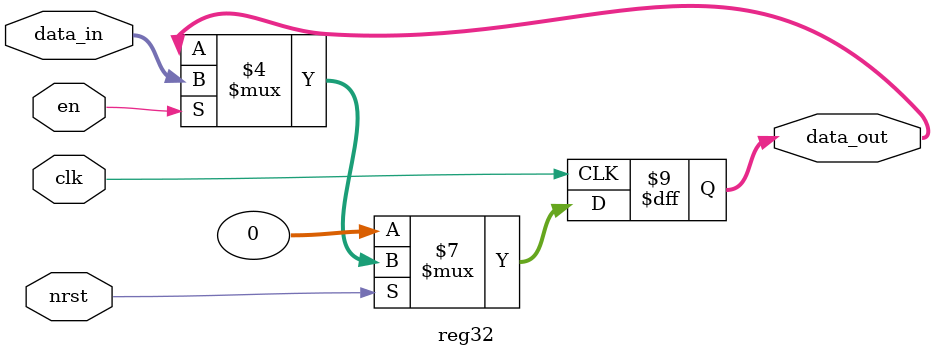
<source format=v>
`timescale 1ns/1ps
`define PIPELINE_STAGES 5
module pipeline_riscv (
  input          clk,
  input          nrst,
  input  [31:0]  inst,                          // instruction
  input  [31:0]  data_in,                       // mem data to reg_file
  output [31:0]  inst_addr,                     // PC
  output [31:0]  data_addr,                     // alu_out / mem address
  output [31:0]  data_out,                      // data to mem
  output         data_wr,                       // wr to mem?
  output [31:0]  pc_IF,
  output [31:0]  pc_ID,
  output [31:0]  pc_EXE,
  output [31:0]  pc_MEM,
  output [31:0]  pc_WB
  );
  
/*-----------------------------------------------------------------------------
DECLARATIONS
-----------------------------------------------------------------------------*/
  // IF
  wire [2:0] sel_pc;
  wire [31:0] inst_IF, pc_p4_IF;
  reg [31:0] next_pc, jr_pc;
  wire [2:0] fwd_jr;
  
  // ID
  wire wr_rf, jal, jr, sw, use_imm;
  wire [31:0] inst_ID;
  wire [31:0] pc_p4_ID, bra_off_ID, opA_ID, mem_data_ID;
  wire [31:0] wr_data, rfA, rfB;
  wire [31:0] opB_ID;
  wire [4:0] reg_addr_ID, wr_addr;
  
  wire [5:0] op;
  wire [4:0] rd, rs1, rs2;
  wire [6:0] funct;
  wire [31:0] imm_alu, imm_bra, imm_j;
  
  // EXE
  wire zero;
  wire [6:0] alu_code;
  wire [31:0] inst_EXE;
  wire [31:0] pc_p4_EXE, bra_off_EXE, opA_EXE, opB_EXE, mem_data_EXE0;
  wire [4:0] reg_addr_EXE;
  wire [31:0] bra_pc;
  wire [31:0] alu_out_EXE;
  wire [2:0] fwd_opA, fwd_opB, fwd_sw;
  reg [31:0] opA, opB;
  reg [31:0] mem_data_EXE;
  wire [31:0] fwd0;
  
  // MEM
  wire wr_mem, load, jal_pc;
  wire [31:0] inst_MEM;
  wire [31:0] pc_p4_MEM, mem_data_MEM, alu_out_MEM;
  wire [31:0] fwd1;
  wire [4:0] reg_addr_MEM;
  wire [31:0] reg_data_MEM;
  
  // WB
  wire [31:0] inst_WB;
  wire [31:0] pc_p4_WB, reg_data_WB;
  wire [31:0] fwd2, fwd3;
  wire [4:0] reg_addr_WB;
  
  // CONTROLLER
  wire stall;
  wire [1:0] flush;
  
/*-----------------------------------------------------------------------------
IF
-----------------------------------------------------------------------------*/
  
  assign pc_p4_IF = inst_addr + 4;
  assign pc_IF = inst_addr;
  
  always@(*) begin
    casez (sel_pc)
      3'b1zz:   next_pc = bra_pc;                 // BRA
      3'b01z:   next_pc = imm_j;                  // J, JAL       
      3'b001:   next_pc = jr_pc;                  // JR
      default:  next_pc = pc_p4_IF;               // PC + 4
    endcase
  end
  
  always@(*) begin
    casez (fwd_jr)
      3'b1zz:   jr_pc = fwd2;
      3'b01z:   jr_pc = fwd1;
      3'b001:   jr_pc = fwd0;
      default:  jr_pc = rfB;
    endcase
  end
  
  reg32 PC (
    .clk(clk),
    .nrst(nrst),
    .en(!stall),
    .data_in(next_pc),
    .data_out(inst_addr)
  );
    
/*-----------------------------------------------------------------------------
ID
-----------------------------------------------------------------------------*/
  
  assign op       = inst_ID[5:0];
  assign rd       = inst_ID[10:6];
  assign rs1      = jal ? 0 : inst_ID[19:15];
  assign rs2      = (jr | sw) ? rd : inst_ID[24:20];
  assign funct    = inst_ID[31:25];
  assign imm_alu  = { {16{inst_ID[31]}}, inst_ID[31:20], inst_ID[14:11] };
  assign imm_bra  = { {16{inst_ID[31]}}, inst_ID[31:25], inst_ID[14:6] };
  assign imm_j    = { {6{inst_ID[31]}}, inst_ID[31:6] };
  
  assign bra_off_ID = imm_bra;
  assign opA_ID = rfA;
  assign opB_ID = jal ? pc_p4_ID : (use_imm ? imm_alu : rfB);
  assign mem_data_ID = rfB;
  assign reg_addr_ID = jal ? 1 : rd;
  
  if_id_reg IF_ID (
    .clk(clk),
    .nrst(nrst),
    .en(!stall),
    .flush(flush[1]),
    .cur_pc0(pc_IF),
    .cur_pc(pc_ID),
    .next_pc0(pc_p4_IF),
    .next_pc(pc_p4_ID)
  );
  
  rf RF (
    .clk(clk),
    .nrst(nrst),
    .rd_addrA(rs1),
    .rd_addrB(rs2),
    .wr_en(wr_rf),
    .wr_addr(reg_addr_WB),
    .wr_data(reg_data_WB),
    .rd_dataA(rfA),
    .rd_dataB(rfB)
  );
  
/*-----------------------------------------------------------------------------
EXE
-----------------------------------------------------------------------------*/
  
  assign bra_pc = pc_p4_EXE + bra_off_EXE;
  assign fwd0 = alu_out_EXE;
  
  always@(*) begin
    casez (fwd_opA)
      3'b1zz:   opA = fwd1;                     // fr alu_out_MEM
      3'b01z:   opA = fwd2;                     // fr reg_data_WB
      3'b001:   opA = fwd3;                     // fr reg_data_WB + 1cc  
      default:  opA = opA_EXE;
    endcase
  end
  
  always@(*) begin
    casez (fwd_opB)
      3'b1zz:   opB = fwd1;
      3'b01z:   opB = fwd2;
      3'b001:   opB = fwd3;
      default:  opB = opB_EXE;
    endcase
  end
    
  always@(*) begin
    casez (fwd_sw)
      3'b1zz:   mem_data_EXE = fwd1;                     // fr alu_out_MEM
      3'b01z:   mem_data_EXE = fwd2;                     // fr reg_data_WB
      3'b001:   mem_data_EXE = fwd3;                     // fr reg_data_WB + 1cc  
      default:  mem_data_EXE = mem_data_EXE0;
    endcase
  end
  
  id_exe_reg ID_EXE (
    .clk(clk),
    .nrst(nrst),
    .en(!stall),
    .flush(flush[0]),
    .cur_pc0(pc_ID),
    .cur_pc(pc_EXE),
    .next_pc0(pc_p4_ID),
    .next_pc(pc_p4_EXE),
    .bra_off0(bra_off_ID),
    .bra_off(bra_off_EXE),
    .opA0(opA_ID),
    .opA(opA_EXE),
    .opB0(opB_ID),
    .opB(opB_EXE),
    .mem_data0(mem_data_ID),
    .mem_data(mem_data_EXE0),
    .reg_addr0(reg_addr_ID),
    .reg_addr(reg_addr_EXE)
  );
  
  alu ALU (
    .opA(opA),
    .opB(opB),
    .res(alu_out_EXE),
    .alu_code(alu_code),
    .z(zero)
  );
  
/*-----------------------------------------------------------------------------
MEM
-----------------------------------------------------------------------------*/
  
  assign reg_data_MEM = load ? data_in : (jal_pc ? pc_p4_MEM : alu_out_MEM);
  assign data_addr = alu_out_MEM;
  assign data_out = mem_data_MEM;
  assign data_wr = wr_mem;
  
  assign fwd1 = alu_out_MEM;

  exe_mem_reg EXE_MEM (
    .clk(clk),
    .nrst(nrst),
    .cur_pc0(pc_EXE),
    .cur_pc(pc_MEM),
    .next_pc0(pc_p4_EXE),
    .next_pc(pc_p4_MEM),
    .alu_out0(alu_out_EXE),
    .alu_out(alu_out_MEM),
    .mem_data0(mem_data_EXE),
    .mem_data(mem_data_MEM),
    .reg_addr0(reg_addr_EXE),
    .reg_addr(reg_addr_MEM)
  );
  
/*-----------------------------------------------------------------------------
WB
-----------------------------------------------------------------------------*/
  
  assign fwd2 = reg_data_WB;
  
  mem_wb_reg MEM_WB (
    .clk(clk),
    .nrst(nrst),
    .cur_pc0(pc_MEM),
    .cur_pc(pc_WB),
    .next_pc0(pc_p4_MEM),
    .next_pc(pc_p4_WB),
    .reg_data0(reg_data_MEM),
    .reg_data(reg_data_WB),
    .reg_addr0(reg_addr_MEM),
    .reg_addr(reg_addr_WB)
  );
  
  reg32 FWD_WB (
    .clk(clk),
    .nrst(nrst),
    .en(1'b1),
    .data_in(reg_data_WB),
    .data_out(fwd3)
  );
  
/*-----------------------------------------------------------------------------
CONTROLLER
-----------------------------------------------------------------------------*/
  
  assign data_wr = wr_mem;
  
  control CTRL (
    .clk(clk),
    .nrst(nrst),
    .zero(zero),
    .inst(inst),
    .debug_inst({ inst_WB, inst_MEM, inst_EXE, inst_ID, inst_IF }),
    .alu_code(alu_code),
    .sel_pc(sel_pc),
    .stall(stall),
    .flush(flush),
    .wr_rf(wr_rf),
    .wr_mem(wr_mem),
    .use_imm(use_imm),
    .load(load),
    .jal(jal),
    .jal_pc(jal_pc),
    .jr(jr),
    .fwd_opA(fwd_opA),
    .fwd_opB(fwd_opB),
    .fwd_sw(fwd_sw),
    .fwd_jr(fwd_jr),
    .sw(sw)
  );

endmodule

module control (
  input clk,
  input nrst,
  input zero,
  input [31:0] inst,
  output jr,                                    //
  output jal,                                   //
  output jal_pc,                                //
  output load,                                  //
  output wr_mem,                                //
  output use_imm,                               //
  output sw,                                    //
  output [`PIPELINE_STAGES*32-1:0] debug_inst,  //
  output reg [6:0] alu_code,                    //
  output reg [2:0] sel_pc,                      //
  output reg [1:0] flush,
  output reg wr_rf,                             //
  output stall,
  output [2:0] fwd_opA,                         //        
  output [2:0] fwd_opB,                         //
  output [2:0] fwd_sw,                          //
  output [2:0] fwd_jr                           //    
  );

  genvar i;
  
  wire [5:0] op           [0:4];
  wire [4:0] rd           [0:4];
  wire [4:0] rs1          [0:4];
  wire [4:0] rs2          [0:4];
  wire [6:0] funct        [0:4];
  wire [31:0] inst_cache  [0:4];
  
  assign inst_cache[0] = inst;
  generate
    for (i=0; i<=4; i=i+1) begin
      assign op[i]      = inst_cache[i][5:0];
      assign rd[i]      = inst_cache[i][10:6];
      assign rs1[i]     = inst_cache[i][19:15];
      assign rs2[i]     = inst_cache[i][24:20];
      assign funct[i]   = inst_cache[i][31:25];
    end
  endgenerate
  assign debug_inst = {
    inst_cache[4],                              // WB
    inst_cache[3],                              // MEM
    inst_cache[2],                              // EXE
    inst_cache[1],                              // ID
    inst_cache[0]                               // IF
  };
  
/*-----------------------------------------------------------------------------
inst classification (R, I, L, B, J)
-----------------------------------------------------------------------------*/
  
  reg [4:0] R_type;
  reg [4:0] I_type;
  reg [4:0] L_type;
  reg [4:0] S_type;
  reg [4:0] B_type;
  reg [4:0] J_type;
  generate
    for (i=0; i<=4; i=i+1) begin
      always@(op[i], funct[i]) begin
        R_type[i] = 0;
        I_type[i] = 0;
        L_type[i] = 0;
        S_type[i] = 0;
        B_type[i] = 0;
        J_type[i] = 0;
        case (op[i])
          6'h00:
            if (funct[i]==7'h08)
              J_type[i] = 1;
            else
              R_type[i] = 1;
          6'h08, 6'h0A:
            I_type[i] = 1;
          6'h23:
            L_type[i] = 1;
          6'h2B:
            S_type[i] = 1;
          6'h04, 6'h05:
            B_type[i] = 1;
          6'h02, 6'h03:
            J_type[i] = 1;
          default: begin
            R_type[i] = 0;
            I_type[i] = 0;
            L_type[i] = 0;
            S_type[i] = 0;
            B_type[i] = 0;
            J_type[i] = 0;
          end
        endcase
      end
    end
  endgenerate

/*-----------------------------------------------------------------------------
alu_code
-----------------------------------------------------------------------------*/
  always@(op[2], funct[2]) begin
    case (op[2])
      6'h08, 6'h23, 6'h2B:  alu_code = 7'h20;   // +
      6'h04, 6'h05:         alu_code = 7'h22;   // -
      6'h0A:                alu_code = 7'h2A;   // <
      6'h00:
        if (funct[2]==7'h08)
          alu_code = 7'h20;
        else
          alu_code = funct[2];
      default:              alu_code = 0;
    endcase
  end
  
/*-----------------------------------------------------------------------------
sel_pc
-----------------------------------------------------------------------------*/
  always@(op[1], funct[1], op[2], zero) begin
    case (op[2])
      6'h04: sel_pc[2] = zero;
      6'h05: sel_pc[2] = !zero;
      default: sel_pc[2] = 0;
    endcase
    
    case (op[1])
      6'h02, 6'h03:
        sel_pc[1:0] = 2'b10;
      6'h00:
        if (funct[1]==7'h08)
          sel_pc[1:0] = 2'b01;
        else
          sel_pc[1:0] = 2'b00;
      default:
        sel_pc[1:0] = 0;
    endcase
  end
  
/*-----------------------------------------------------------------------------
jr, jal, jal_pc
-----------------------------------------------------------------------------*/
  assign jr = ((op[1]==0) & (funct[1]==7'h08));
  assign jal = (op[1]==6'h03);
  assign jal_pc = (op[3]==6'h03);
  
/*-----------------------------------------------------------------------------
sw
-----------------------------------------------------------------------------*/
  assign sw = (op[1]==6'h2B);
  
/*-----------------------------------------------------------------------------
use_imm
-----------------------------------------------------------------------------*/
  assign use_imm = I_type[1] || L_type[1] || S_type[1];  

/*-----------------------------------------------------------------------------
load, wr_mem
-----------------------------------------------------------------------------*/
  assign load = L_type[3];
  assign wr_mem = (op[3]==6'h2B);
  
/*-----------------------------------------------------------------------------
wr_rf
-----------------------------------------------------------------------------*/
  always@(op[4]) begin
    case (op[4])
      6'h00, 6'h08, 6'h0A, 6'h23, 6'h03:
        wr_rf = 1;
      default:
        wr_rf = 0;
    endcase
  end

/*-----------------------------------------------------------------------------
dependencies checked @ ID
-----------------------------------------------------------------------------*/
  wire [2:0] Lchk;
  wire [2:0] Ichk;
  wire [2:0] Rchk;
  
  assign Lchk = { L_type[2], L_type[3], L_type[4] };
  assign Ichk = { I_type[2], I_type[3], I_type[4] };
  assign Rchk = { R_type[2], R_type[3], R_type[4] };
  
  wire [2:0] rd_written;
  assign rd_written = Ichk | Rchk | Lchk;
  
  /* 
   * TODO:
   * disable rd check if S, J, or B
   */
  
  reg [2:0] rs1dep;
  reg [5*3-1:0] rs1_chk;
  // rs1 always checked against rd if !J_type
  always@(J_type[1], rd_written, rs1[1], rd[2], rd[3], rd[4]) begin
    if (rs1[1]!=0 && !J_type[1]) begin
      rs1_chk = ~( {3{rs1[1]}} ^ {rd[2], rd[3], rd[4]} );
      rs1dep = {
        (&rs1_chk[14:10]),
        (&rs1_chk[9:5]),
        (&rs1_chk[4:0])
      } & rd_written;
    end else begin
      rs1_chk = 0;
      rs1dep = 0;
    end
  end
  
  reg [2:0] rs2dep;
  reg [5*3-1:0] rs2_chk;
  // rs2 checked against rd if R_type || B_type
  always@(R_type[1], B_type[1], rd_written, rs2[1], rd[2], rd[3], rd[4]) begin
    if (rs2[1]!=0 && (R_type[1] || B_type[1])) begin
      rs2_chk = ~( {3{rs2[1]}} ^ {rd[2], rd[3], rd[4]} );
      rs2dep = {
        (&rs2_chk[14:10]),
        (&rs2_chk[9:5]),
        (&rs2_chk[4:0])        
      } & rd_written;
    end else begin
      rs2_chk = 0;
      rs2dep = 0;
    end
  end
  
  reg [2:0] rddep;
  reg [5*3-1:0] rd_chk;
  // rd checked against rd if JR or SW
  always@(J_type[1], S_type[1], funct[1], rd_written, rd[1], rd[2], rd[3], rd[4]) begin
    if (rd[1]!=0 && ((J_type[1] && funct[1]==7'h08) || S_type[1]==6'h2B)) begin
      rd_chk = ~( {3{rd[1]}} ^ {rd[2], rd[3], rd[4]} );
      rddep = {
        (&rd_chk[14:10]),
        (&rd_chk[9:5]),
        (&rd_chk[4:0])
      } & rd_written;
    end else begin
      rd_chk = 0;
      rddep = 0;
    end
  end
  
/*-----------------------------------------------------------------------------
stall
-----------------------------------------------------------------------------*/
  assign stall = |( (rs1dep | rs2dep | rddep) & Lchk );
  
/*-----------------------------------------------------------------------------
flush
-----------------------------------------------------------------------------*/
  always@(J_type[1], op[2], zero) begin
    if ( (op[2]==6'h04 && zero) || (op[2]==6'h05 && !zero) )
      flush = 2'b11;
    else
      if (J_type[1])
        flush = 2'b10;
      else
        flush = 2'b00;
  end
  
  
  reg_fwd FWD_VECTOR (
    .clk(clk),
    .nrst(nrst),
    .fwd_opA0(rs1dep),
    .fwd_opB0(rs2dep),
    .fwd_jr0(rddep),
    .fwd_opA(fwd_opA),
    .fwd_opB(fwd_opB),
    .fwd_sw(fwd_sw),
    .fwd_jr(fwd_jr)
  );
  
  reg32 if_id (
    .clk(clk),
    .nrst(nrst & !flush[1]),
    .en(!stall),
    .data_in(inst_cache[0]),
    .data_out(inst_cache[1])
  );
  
  reg32 id_exe (
    .clk(clk),
    .nrst(nrst & !flush[0] & !stall),
    .en(1'b1),
    .data_in(inst_cache[1]),
    .data_out(inst_cache[2])
  );
  
  reg32 exe_mem (
    .clk(clk),
    .nrst(nrst),
    .en(1'b1),
    .data_in(inst_cache[2]),
    .data_out(inst_cache[3])
  );
  
  reg32 mem_wb (
    .clk(clk),
    .nrst(nrst),
    .en(1'b1),
    .data_in(inst_cache[3]),
    .data_out(inst_cache[4])
  );
    
endmodule

module if_id_reg (
  input               clk,
  input               nrst,
  input               en,
  input               flush,
  input       [31:0]  cur_pc0,
  input       [31:0]  next_pc0,
  output reg  [31:0]  cur_pc,
  output reg  [31:0]  next_pc
  );
  
  always@(posedge clk) begin
    if (!nrst | flush) begin
      cur_pc <= 0;
      next_pc <= 0;
    end else begin
      if (en) begin
        cur_pc <= cur_pc0;
        next_pc <= next_pc0;
      end
    end
  end
  
endmodule

module id_exe_reg (
  input               clk,
  input               nrst,
  input               en,
  input               flush,
  input       [31:0]  cur_pc0,
  input       [31:0]  next_pc0,
  input       [31:0]  bra_off0,
  input       [31:0]  opA0,
  input       [31:0]  opB0,
  input       [31:0]  mem_data0,
  input       [4:0]   reg_addr0,
  output reg  [31:0]  cur_pc,
  output reg  [31:0]  next_pc,
  output reg  [31:0]  bra_off,
  output reg  [31:0]  opA,
  output reg  [31:0]  opB,
  output reg  [31:0]  mem_data,
  output reg  [4:0]   reg_addr
  );
  
  always@(posedge clk) begin
    if (!nrst | flush | !en) begin
      cur_pc   <= 0;
      next_pc  <= 0;
      bra_off  <= 0;
      opA      <= 0;
      opB      <= 0;
      mem_data <= 0;
      reg_addr <= 0;
    end else begin
      cur_pc   <= cur_pc0;
      next_pc  <= next_pc0;
      bra_off  <= bra_off0;
      opA      <= opA0;
      opB      <= opB0;
      mem_data <= mem_data0;
      reg_addr <= reg_addr0;
    end
  end
  
endmodule

module exe_mem_reg (
  input               clk,
  input               nrst,
  input       [31:0]  cur_pc0,
  input       [31:0]  next_pc0,
  input       [31:0]  alu_out0,
  input       [31:0]  mem_data0,
  input       [4:0]   reg_addr0,
  output reg  [31:0]  cur_pc,
  output reg  [31:0]  next_pc,
  output reg  [31:0]  alu_out,
  output reg  [31:0]  mem_data,
  output reg  [4:0]   reg_addr
  );
  
  always@(posedge clk) begin
    if (!nrst) begin
      cur_pc   <= 0;
      next_pc  <= 0;
      alu_out  <= 0;
      mem_data <= 0;
      reg_addr <= 0;
    end else begin
      cur_pc   <= cur_pc0;
      next_pc  <= next_pc0;
      alu_out  <= alu_out0;
      mem_data <= mem_data0;
      reg_addr <= reg_addr0;
    end
  end
  
endmodule

module mem_wb_reg (
  input               clk,
  input               nrst,
  input       [31:0]  cur_pc0,
  input       [31:0]  next_pc0,
  input       [31:0]  reg_data0,
  input       [4:0]   reg_addr0,
  output reg  [31:0]  cur_pc,
  output reg  [31:0]  next_pc,
  output reg  [31:0]  reg_data,
  output reg  [4:0]   reg_addr
  );
  
  always@(posedge clk) begin
    if (!nrst) begin
      cur_pc  <= 0;
      next_pc  <= 0;
      reg_data <= 0;
      reg_addr <= 0;
    end else begin
      cur_pc   <= cur_pc0;
      next_pc  <= next_pc0;
      reg_data <= reg_data0;
      reg_addr <= reg_addr0;
    end
  end
  
endmodule

module alu (
  input signed      [31:0]  opA,
  input signed      [31:0]  opB,
  output reg signed [31:0]  res,
  input             [6:0]   alu_code,
  output                    z
  );
  
  /*
   * alu_code:
   * 0x20       : +
   * 0x22       : -
   * 0x24       : &
   * 0x25       : |
   * 0x26       : ^
   * 0x2A       : <
   */
  
  reg valid;
  assign z = (~|res)&valid;
  
  always@(*) begin
    valid = 1;
    case (alu_code)
      7'h20: begin
        res = opA + opB;
      end
      7'h22: begin
        res = opA - opB;
      end
      /*
      7'h24:
        res = opA & opB;
      7'h25:
        res = opA | opB;
      7'h26:
        res = opA ^ opB;
      */
      7'h0A, 6'h2A:
        if (opA < opB)
          res = 1;
        else
          res = 0;
      default: begin
        res = 0;
        valid = 0;
      end
    endcase
  end
endmodule

module rf (
  input           clk,
  input           nrst,
  input           wr_en,
  input   [4:0]   rd_addrA,
  input   [4:0]   rd_addrB,
  input   [4:0]   wr_addr,
  input   [31:0]  wr_data,
  output  [31:0]  rd_dataA,
  output  [31:0]  rd_dataB
  );

  reg [31:0] mem [31:0];
  integer i;
  assign rd_dataA = mem[rd_addrA];
  assign rd_dataB = mem[rd_addrB];

	always@(posedge clk) begin
		if (!nrst)
			for (i=0;i<=31;i=i+1)
				mem[i] <= 0;
		else
			if (wr_en)
				if (wr_addr!=0)
					mem[wr_addr] <= wr_data;
	end

endmodule

module reg_fwd(
  input             clk,
  input             nrst,
  input       [2:0] fwd_opA0,
  input       [2:0] fwd_opB0,
  input       [2:0] fwd_jr0,
  output reg  [2:0] fwd_opA,
  output reg  [2:0] fwd_opB,
  output reg  [2:0] fwd_sw,
  output      [2:0] fwd_jr
  );
  
  assign fwd_jr = fwd_jr0;
  
  always@(posedge clk) begin
    if (!nrst) begin
      fwd_opA <= 0;
      fwd_opB <= 0;
      fwd_sw  <= 0;
    end else begin
      fwd_opA <= fwd_opA0;
      fwd_opB <= fwd_opB0;
      fwd_sw  <= fwd_jr0;
    end
  end
endmodule

module reg32(
  input clk,
  input nrst,
  input en,
  input [31:0] data_in,
  output reg [31:0] data_out
  );
  
  always@(posedge clk) begin
    if (!nrst)
      data_out <= 0;
    else
      if (en)
        data_out <= data_in;
  end
endmodule
</source>
